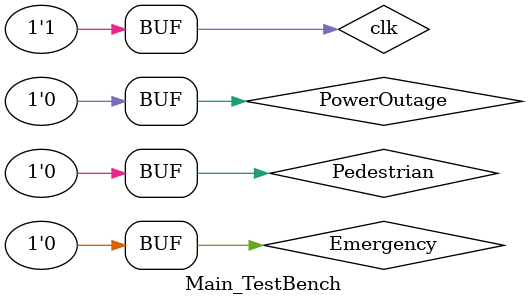
<source format=v>
`timescale 1ns / 1ps


module Main_TestBench(

    );
     reg Emergency;
     reg PowerOutage;
     reg Pedestrian;
     reg clk;
     wire [3:0] state;
     wire [2:0] Light1;
     wire [2:0] Light2;
     
      Main U1(Emergency,PowerOutage,Pedestrian,clk,Light1,Light2,state);
      
      initial begin
      Emergency=1'b0;
      PowerOutage=1'b0;
      Pedestrian=0;
      clk = 0;
      #10;
      clk = 1;
      #10;
      clk = 0;
      #10;
      clk = 1;
      #10;
      clk = 0;
      #10;
      clk = 1;
      #10;
      clk = 0;
      #10;
      clk = 1;
      #10;
      clk = 0;
      #10;
      clk = 1;
      #10;
      clk = 0;
      #10;
      clk = 1;
      #10;
      clk = 0;
      #10;
      clk = 1;
      #10;
      clk = 0;
      #10;
      clk = 1;
      #10;
      
      
      
      
      end
endmodule

</source>
